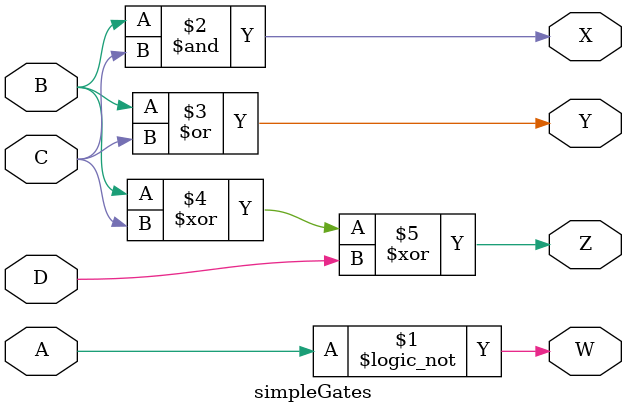
<source format=v>
`timescale 1ns / 1ps


module simpleGates(
    input A,
    input B,
    input C,
    input D,
    output W,
    output X,
    output Y,
    output Z
    
    );
    
    //NOT GATE
    assign W = !A;
    //AND GATE
    assign X = B & C;
    //OR GATE
    assign Y = B | C;
    //XOR GATE
    assign Z = B ^ C ^ D;
endmodule

</source>
